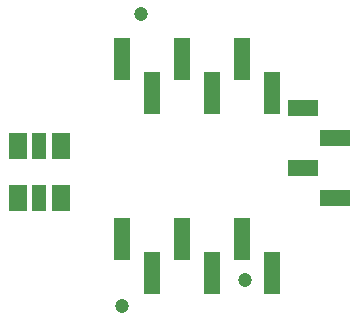
<source format=gts>
G04 Layer_Color=8388736*
%FSLAX44Y44*%
%MOMM*%
G71*
G01*
G75*
%ADD20R,2.6162X1.3462*%
%ADD21R,1.4732X3.6322*%
%ADD22R,1.6032X2.2032*%
%ADD23R,1.2032X2.2032*%
%ADD24C,1.2032*%
D20*
X795020Y895350D02*
D03*
X768350Y920750D02*
D03*
X795020Y946150D02*
D03*
X768350Y971550D02*
D03*
D21*
X741680Y984250D02*
D03*
X716280Y1013460D02*
D03*
X690880Y984250D02*
D03*
X665480Y1013460D02*
D03*
X640080Y984250D02*
D03*
X614680Y1013460D02*
D03*
X741680Y831850D02*
D03*
X716280Y861060D02*
D03*
X690880Y831850D02*
D03*
X665480Y861060D02*
D03*
X640080Y831850D02*
D03*
X614680Y861060D02*
D03*
D22*
X526830Y939350D02*
D03*
X562830D02*
D03*
X526830Y895350D02*
D03*
X562830D02*
D03*
D23*
X544830Y939350D02*
D03*
Y895350D02*
D03*
D24*
X630730Y1051100D02*
D03*
X614680Y803910D02*
D03*
X718820Y826262D02*
D03*
M02*

</source>
